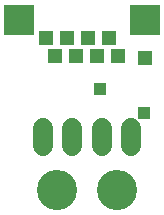
<source format=gts>
G75*
%MOIN*%
%OFA0B0*%
%FSLAX25Y25*%
%IPPOS*%
%LPD*%
%AMOC8*
5,1,8,0,0,1.08239X$1,22.5*
%
%ADD10C,0.13398*%
%ADD11C,0.06800*%
%ADD12C,0.08800*%
%ADD13C,0.02800*%
%ADD14R,0.04800X0.04800*%
%ADD15R,0.10249X0.10249*%
%ADD16R,0.04369X0.04369*%
%ADD17R,0.03900X0.03900*%
%ADD18R,0.04762X0.04762*%
D10*
X0023167Y0009200D03*
X0043167Y0009200D03*
D11*
X0018403Y0023700D02*
X0018403Y0029700D01*
X0028245Y0029700D02*
X0028245Y0023700D01*
X0038088Y0023700D02*
X0038088Y0029700D01*
X0047930Y0029700D02*
X0047930Y0023700D01*
D12*
X0052667Y0065700D03*
X0010667Y0065700D03*
D13*
X0019667Y0059700D03*
X0022667Y0053700D03*
X0026667Y0059700D03*
X0029667Y0053700D03*
X0033667Y0059700D03*
X0036667Y0053700D03*
X0040667Y0059700D03*
X0043667Y0053700D03*
D14*
X0043667Y0053700D03*
X0040667Y0059700D03*
X0036667Y0053700D03*
X0033667Y0059700D03*
X0029667Y0053700D03*
X0026667Y0059700D03*
X0022667Y0053700D03*
X0019667Y0059700D03*
D15*
X0010667Y0065700D03*
X0052667Y0065700D03*
D16*
X0037667Y0042700D03*
D17*
X0052167Y0034700D03*
D18*
X0052667Y0053200D03*
M02*

</source>
